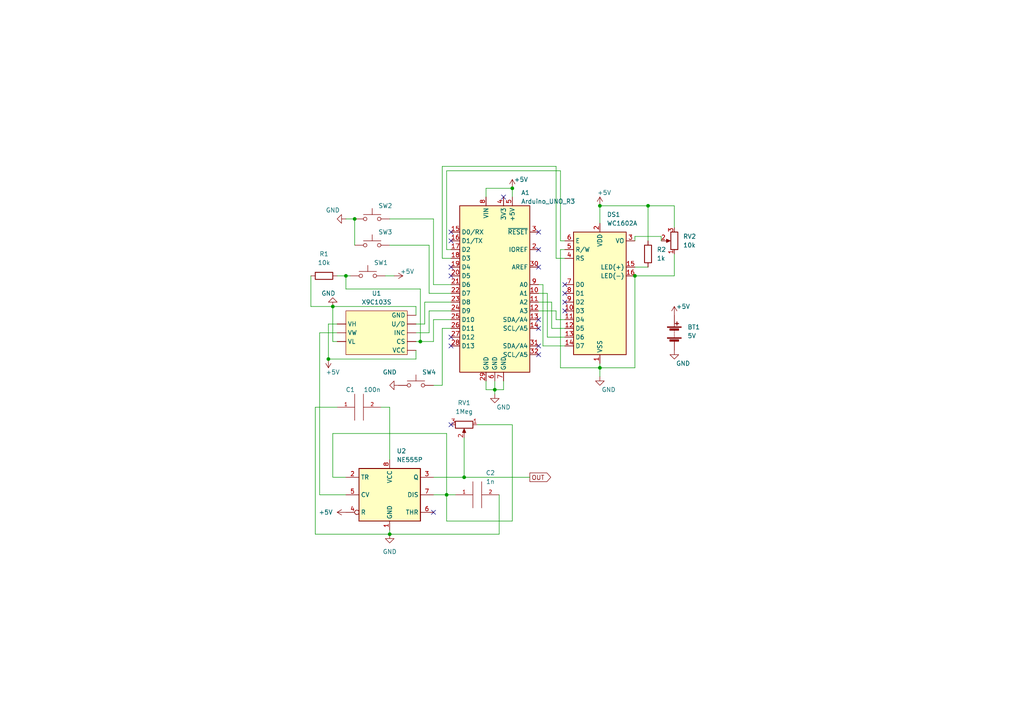
<source format=kicad_sch>
(kicad_sch (version 20211123) (generator eeschema)

  (uuid e63e39d7-6ac0-4ffd-8aa3-1841a4541b55)

  (paper "A4")

  (lib_symbols
    (symbol "Device:Battery" (pin_numbers hide) (pin_names (offset 0) hide) (in_bom yes) (on_board yes)
      (property "Reference" "BT" (id 0) (at 2.54 2.54 0)
        (effects (font (size 1.27 1.27)) (justify left))
      )
      (property "Value" "Battery" (id 1) (at 2.54 0 0)
        (effects (font (size 1.27 1.27)) (justify left))
      )
      (property "Footprint" "" (id 2) (at 0 1.524 90)
        (effects (font (size 1.27 1.27)) hide)
      )
      (property "Datasheet" "~" (id 3) (at 0 1.524 90)
        (effects (font (size 1.27 1.27)) hide)
      )
      (property "ki_keywords" "batt voltage-source cell" (id 4) (at 0 0 0)
        (effects (font (size 1.27 1.27)) hide)
      )
      (property "ki_description" "Multiple-cell battery" (id 5) (at 0 0 0)
        (effects (font (size 1.27 1.27)) hide)
      )
      (symbol "Battery_0_1"
        (rectangle (start -2.032 -1.397) (end 2.032 -1.651)
          (stroke (width 0) (type default) (color 0 0 0 0))
          (fill (type outline))
        )
        (rectangle (start -2.032 1.778) (end 2.032 1.524)
          (stroke (width 0) (type default) (color 0 0 0 0))
          (fill (type outline))
        )
        (rectangle (start -1.3208 -1.9812) (end 1.27 -2.4892)
          (stroke (width 0) (type default) (color 0 0 0 0))
          (fill (type outline))
        )
        (rectangle (start -1.3208 1.1938) (end 1.27 0.6858)
          (stroke (width 0) (type default) (color 0 0 0 0))
          (fill (type outline))
        )
        (polyline
          (pts
            (xy 0 -1.524)
            (xy 0 -1.27)
          )
          (stroke (width 0) (type default) (color 0 0 0 0))
          (fill (type none))
        )
        (polyline
          (pts
            (xy 0 -1.016)
            (xy 0 -0.762)
          )
          (stroke (width 0) (type default) (color 0 0 0 0))
          (fill (type none))
        )
        (polyline
          (pts
            (xy 0 -0.508)
            (xy 0 -0.254)
          )
          (stroke (width 0) (type default) (color 0 0 0 0))
          (fill (type none))
        )
        (polyline
          (pts
            (xy 0 0)
            (xy 0 0.254)
          )
          (stroke (width 0) (type default) (color 0 0 0 0))
          (fill (type none))
        )
        (polyline
          (pts
            (xy 0 0.508)
            (xy 0 0.762)
          )
          (stroke (width 0) (type default) (color 0 0 0 0))
          (fill (type none))
        )
        (polyline
          (pts
            (xy 0 1.778)
            (xy 0 2.54)
          )
          (stroke (width 0) (type default) (color 0 0 0 0))
          (fill (type none))
        )
        (polyline
          (pts
            (xy 0.254 2.667)
            (xy 1.27 2.667)
          )
          (stroke (width 0.254) (type default) (color 0 0 0 0))
          (fill (type none))
        )
        (polyline
          (pts
            (xy 0.762 3.175)
            (xy 0.762 2.159)
          )
          (stroke (width 0.254) (type default) (color 0 0 0 0))
          (fill (type none))
        )
      )
      (symbol "Battery_1_1"
        (pin passive line (at 0 5.08 270) (length 2.54)
          (name "+" (effects (font (size 1.27 1.27))))
          (number "1" (effects (font (size 1.27 1.27))))
        )
        (pin passive line (at 0 -5.08 90) (length 2.54)
          (name "-" (effects (font (size 1.27 1.27))))
          (number "2" (effects (font (size 1.27 1.27))))
        )
      )
    )
    (symbol "Device:R" (pin_numbers hide) (pin_names (offset 0)) (in_bom yes) (on_board yes)
      (property "Reference" "R" (id 0) (at 2.032 0 90)
        (effects (font (size 1.27 1.27)))
      )
      (property "Value" "R" (id 1) (at 0 0 90)
        (effects (font (size 1.27 1.27)))
      )
      (property "Footprint" "" (id 2) (at -1.778 0 90)
        (effects (font (size 1.27 1.27)) hide)
      )
      (property "Datasheet" "~" (id 3) (at 0 0 0)
        (effects (font (size 1.27 1.27)) hide)
      )
      (property "ki_keywords" "R res resistor" (id 4) (at 0 0 0)
        (effects (font (size 1.27 1.27)) hide)
      )
      (property "ki_description" "Resistor" (id 5) (at 0 0 0)
        (effects (font (size 1.27 1.27)) hide)
      )
      (property "ki_fp_filters" "R_*" (id 6) (at 0 0 0)
        (effects (font (size 1.27 1.27)) hide)
      )
      (symbol "R_0_1"
        (rectangle (start -1.016 -2.54) (end 1.016 2.54)
          (stroke (width 0.254) (type default) (color 0 0 0 0))
          (fill (type none))
        )
      )
      (symbol "R_1_1"
        (pin passive line (at 0 3.81 270) (length 1.27)
          (name "~" (effects (font (size 1.27 1.27))))
          (number "1" (effects (font (size 1.27 1.27))))
        )
        (pin passive line (at 0 -3.81 90) (length 1.27)
          (name "~" (effects (font (size 1.27 1.27))))
          (number "2" (effects (font (size 1.27 1.27))))
        )
      )
    )
    (symbol "Device:R_Potentiometer" (pin_names (offset 1.016) hide) (in_bom yes) (on_board yes)
      (property "Reference" "RV" (id 0) (at -4.445 0 90)
        (effects (font (size 1.27 1.27)))
      )
      (property "Value" "R_Potentiometer" (id 1) (at -2.54 0 90)
        (effects (font (size 1.27 1.27)))
      )
      (property "Footprint" "" (id 2) (at 0 0 0)
        (effects (font (size 1.27 1.27)) hide)
      )
      (property "Datasheet" "~" (id 3) (at 0 0 0)
        (effects (font (size 1.27 1.27)) hide)
      )
      (property "ki_keywords" "resistor variable" (id 4) (at 0 0 0)
        (effects (font (size 1.27 1.27)) hide)
      )
      (property "ki_description" "Potentiometer" (id 5) (at 0 0 0)
        (effects (font (size 1.27 1.27)) hide)
      )
      (property "ki_fp_filters" "Potentiometer*" (id 6) (at 0 0 0)
        (effects (font (size 1.27 1.27)) hide)
      )
      (symbol "R_Potentiometer_0_1"
        (polyline
          (pts
            (xy 2.54 0)
            (xy 1.524 0)
          )
          (stroke (width 0) (type default) (color 0 0 0 0))
          (fill (type none))
        )
        (polyline
          (pts
            (xy 1.143 0)
            (xy 2.286 0.508)
            (xy 2.286 -0.508)
            (xy 1.143 0)
          )
          (stroke (width 0) (type default) (color 0 0 0 0))
          (fill (type outline))
        )
        (rectangle (start 1.016 2.54) (end -1.016 -2.54)
          (stroke (width 0.254) (type default) (color 0 0 0 0))
          (fill (type none))
        )
      )
      (symbol "R_Potentiometer_1_1"
        (pin passive line (at 0 3.81 270) (length 1.27)
          (name "1" (effects (font (size 1.27 1.27))))
          (number "1" (effects (font (size 1.27 1.27))))
        )
        (pin passive line (at 3.81 0 180) (length 1.27)
          (name "2" (effects (font (size 1.27 1.27))))
          (number "2" (effects (font (size 1.27 1.27))))
        )
        (pin passive line (at 0 -3.81 90) (length 1.27)
          (name "3" (effects (font (size 1.27 1.27))))
          (number "3" (effects (font (size 1.27 1.27))))
        )
      )
    )
    (symbol "Display_Character:WC1602A" (in_bom yes) (on_board yes)
      (property "Reference" "DS" (id 0) (at -5.842 19.05 0)
        (effects (font (size 1.27 1.27)))
      )
      (property "Value" "WC1602A" (id 1) (at 5.334 19.05 0)
        (effects (font (size 1.27 1.27)))
      )
      (property "Footprint" "Display:WC1602A" (id 2) (at 0 -22.86 0)
        (effects (font (size 1.27 1.27) italic) hide)
      )
      (property "Datasheet" "http://www.wincomlcd.com/pdf/WC1602A-SFYLYHTC06.pdf" (id 3) (at 17.78 0 0)
        (effects (font (size 1.27 1.27)) hide)
      )
      (property "ki_keywords" "display LCD dot-matrix" (id 4) (at 0 0 0)
        (effects (font (size 1.27 1.27)) hide)
      )
      (property "ki_description" "LCD 16x2 Alphanumeric , 8 bit parallel bus, 5V VDD" (id 5) (at 0 0 0)
        (effects (font (size 1.27 1.27)) hide)
      )
      (property "ki_fp_filters" "*WC*1602A*" (id 6) (at 0 0 0)
        (effects (font (size 1.27 1.27)) hide)
      )
      (symbol "WC1602A_1_1"
        (rectangle (start -7.62 17.78) (end 7.62 -17.78)
          (stroke (width 0.254) (type default) (color 0 0 0 0))
          (fill (type background))
        )
        (pin power_in line (at 0 -20.32 90) (length 2.54)
          (name "VSS" (effects (font (size 1.27 1.27))))
          (number "1" (effects (font (size 1.27 1.27))))
        )
        (pin input line (at -10.16 -5.08 0) (length 2.54)
          (name "D3" (effects (font (size 1.27 1.27))))
          (number "10" (effects (font (size 1.27 1.27))))
        )
        (pin input line (at -10.16 -7.62 0) (length 2.54)
          (name "D4" (effects (font (size 1.27 1.27))))
          (number "11" (effects (font (size 1.27 1.27))))
        )
        (pin input line (at -10.16 -10.16 0) (length 2.54)
          (name "D5" (effects (font (size 1.27 1.27))))
          (number "12" (effects (font (size 1.27 1.27))))
        )
        (pin input line (at -10.16 -12.7 0) (length 2.54)
          (name "D6" (effects (font (size 1.27 1.27))))
          (number "13" (effects (font (size 1.27 1.27))))
        )
        (pin input line (at -10.16 -15.24 0) (length 2.54)
          (name "D7" (effects (font (size 1.27 1.27))))
          (number "14" (effects (font (size 1.27 1.27))))
        )
        (pin power_in line (at 10.16 7.62 180) (length 2.54)
          (name "LED(+)" (effects (font (size 1.27 1.27))))
          (number "15" (effects (font (size 1.27 1.27))))
        )
        (pin power_in line (at 10.16 5.08 180) (length 2.54)
          (name "LED(-)" (effects (font (size 1.27 1.27))))
          (number "16" (effects (font (size 1.27 1.27))))
        )
        (pin power_in line (at 0 20.32 270) (length 2.54)
          (name "VDD" (effects (font (size 1.27 1.27))))
          (number "2" (effects (font (size 1.27 1.27))))
        )
        (pin input line (at 10.16 15.24 180) (length 2.54)
          (name "VO" (effects (font (size 1.27 1.27))))
          (number "3" (effects (font (size 1.27 1.27))))
        )
        (pin input line (at -10.16 10.16 0) (length 2.54)
          (name "RS" (effects (font (size 1.27 1.27))))
          (number "4" (effects (font (size 1.27 1.27))))
        )
        (pin input line (at -10.16 12.7 0) (length 2.54)
          (name "R/W" (effects (font (size 1.27 1.27))))
          (number "5" (effects (font (size 1.27 1.27))))
        )
        (pin input line (at -10.16 15.24 0) (length 2.54)
          (name "E" (effects (font (size 1.27 1.27))))
          (number "6" (effects (font (size 1.27 1.27))))
        )
        (pin input line (at -10.16 2.54 0) (length 2.54)
          (name "D0" (effects (font (size 1.27 1.27))))
          (number "7" (effects (font (size 1.27 1.27))))
        )
        (pin input line (at -10.16 0 0) (length 2.54)
          (name "D1" (effects (font (size 1.27 1.27))))
          (number "8" (effects (font (size 1.27 1.27))))
        )
        (pin input line (at -10.16 -2.54 0) (length 2.54)
          (name "D2" (effects (font (size 1.27 1.27))))
          (number "9" (effects (font (size 1.27 1.27))))
        )
      )
    )
    (symbol "MCU_Module:Arduino_UNO_R3" (in_bom yes) (on_board yes)
      (property "Reference" "A" (id 0) (at -10.16 23.495 0)
        (effects (font (size 1.27 1.27)) (justify left bottom))
      )
      (property "Value" "Arduino_UNO_R3" (id 1) (at 5.08 -26.67 0)
        (effects (font (size 1.27 1.27)) (justify left top))
      )
      (property "Footprint" "Module:Arduino_UNO_R3" (id 2) (at 0 0 0)
        (effects (font (size 1.27 1.27) italic) hide)
      )
      (property "Datasheet" "https://www.arduino.cc/en/Main/arduinoBoardUno" (id 3) (at 0 0 0)
        (effects (font (size 1.27 1.27)) hide)
      )
      (property "ki_keywords" "Arduino UNO R3 Microcontroller Module Atmel AVR USB" (id 4) (at 0 0 0)
        (effects (font (size 1.27 1.27)) hide)
      )
      (property "ki_description" "Arduino UNO Microcontroller Module, release 3" (id 5) (at 0 0 0)
        (effects (font (size 1.27 1.27)) hide)
      )
      (property "ki_fp_filters" "Arduino*UNO*R3*" (id 6) (at 0 0 0)
        (effects (font (size 1.27 1.27)) hide)
      )
      (symbol "Arduino_UNO_R3_0_1"
        (rectangle (start -10.16 22.86) (end 10.16 -25.4)
          (stroke (width 0.254) (type default) (color 0 0 0 0))
          (fill (type background))
        )
      )
      (symbol "Arduino_UNO_R3_1_1"
        (pin no_connect line (at -10.16 -20.32 0) (length 2.54) hide
          (name "NC" (effects (font (size 1.27 1.27))))
          (number "1" (effects (font (size 1.27 1.27))))
        )
        (pin bidirectional line (at 12.7 -2.54 180) (length 2.54)
          (name "A1" (effects (font (size 1.27 1.27))))
          (number "10" (effects (font (size 1.27 1.27))))
        )
        (pin bidirectional line (at 12.7 -5.08 180) (length 2.54)
          (name "A2" (effects (font (size 1.27 1.27))))
          (number "11" (effects (font (size 1.27 1.27))))
        )
        (pin bidirectional line (at 12.7 -7.62 180) (length 2.54)
          (name "A3" (effects (font (size 1.27 1.27))))
          (number "12" (effects (font (size 1.27 1.27))))
        )
        (pin bidirectional line (at 12.7 -10.16 180) (length 2.54)
          (name "SDA/A4" (effects (font (size 1.27 1.27))))
          (number "13" (effects (font (size 1.27 1.27))))
        )
        (pin bidirectional line (at 12.7 -12.7 180) (length 2.54)
          (name "SCL/A5" (effects (font (size 1.27 1.27))))
          (number "14" (effects (font (size 1.27 1.27))))
        )
        (pin bidirectional line (at -12.7 15.24 0) (length 2.54)
          (name "D0/RX" (effects (font (size 1.27 1.27))))
          (number "15" (effects (font (size 1.27 1.27))))
        )
        (pin bidirectional line (at -12.7 12.7 0) (length 2.54)
          (name "D1/TX" (effects (font (size 1.27 1.27))))
          (number "16" (effects (font (size 1.27 1.27))))
        )
        (pin bidirectional line (at -12.7 10.16 0) (length 2.54)
          (name "D2" (effects (font (size 1.27 1.27))))
          (number "17" (effects (font (size 1.27 1.27))))
        )
        (pin bidirectional line (at -12.7 7.62 0) (length 2.54)
          (name "D3" (effects (font (size 1.27 1.27))))
          (number "18" (effects (font (size 1.27 1.27))))
        )
        (pin bidirectional line (at -12.7 5.08 0) (length 2.54)
          (name "D4" (effects (font (size 1.27 1.27))))
          (number "19" (effects (font (size 1.27 1.27))))
        )
        (pin output line (at 12.7 10.16 180) (length 2.54)
          (name "IOREF" (effects (font (size 1.27 1.27))))
          (number "2" (effects (font (size 1.27 1.27))))
        )
        (pin bidirectional line (at -12.7 2.54 0) (length 2.54)
          (name "D5" (effects (font (size 1.27 1.27))))
          (number "20" (effects (font (size 1.27 1.27))))
        )
        (pin bidirectional line (at -12.7 0 0) (length 2.54)
          (name "D6" (effects (font (size 1.27 1.27))))
          (number "21" (effects (font (size 1.27 1.27))))
        )
        (pin bidirectional line (at -12.7 -2.54 0) (length 2.54)
          (name "D7" (effects (font (size 1.27 1.27))))
          (number "22" (effects (font (size 1.27 1.27))))
        )
        (pin bidirectional line (at -12.7 -5.08 0) (length 2.54)
          (name "D8" (effects (font (size 1.27 1.27))))
          (number "23" (effects (font (size 1.27 1.27))))
        )
        (pin bidirectional line (at -12.7 -7.62 0) (length 2.54)
          (name "D9" (effects (font (size 1.27 1.27))))
          (number "24" (effects (font (size 1.27 1.27))))
        )
        (pin bidirectional line (at -12.7 -10.16 0) (length 2.54)
          (name "D10" (effects (font (size 1.27 1.27))))
          (number "25" (effects (font (size 1.27 1.27))))
        )
        (pin bidirectional line (at -12.7 -12.7 0) (length 2.54)
          (name "D11" (effects (font (size 1.27 1.27))))
          (number "26" (effects (font (size 1.27 1.27))))
        )
        (pin bidirectional line (at -12.7 -15.24 0) (length 2.54)
          (name "D12" (effects (font (size 1.27 1.27))))
          (number "27" (effects (font (size 1.27 1.27))))
        )
        (pin bidirectional line (at -12.7 -17.78 0) (length 2.54)
          (name "D13" (effects (font (size 1.27 1.27))))
          (number "28" (effects (font (size 1.27 1.27))))
        )
        (pin power_in line (at -2.54 -27.94 90) (length 2.54)
          (name "GND" (effects (font (size 1.27 1.27))))
          (number "29" (effects (font (size 1.27 1.27))))
        )
        (pin input line (at 12.7 15.24 180) (length 2.54)
          (name "~{RESET}" (effects (font (size 1.27 1.27))))
          (number "3" (effects (font (size 1.27 1.27))))
        )
        (pin input line (at 12.7 5.08 180) (length 2.54)
          (name "AREF" (effects (font (size 1.27 1.27))))
          (number "30" (effects (font (size 1.27 1.27))))
        )
        (pin bidirectional line (at 12.7 -17.78 180) (length 2.54)
          (name "SDA/A4" (effects (font (size 1.27 1.27))))
          (number "31" (effects (font (size 1.27 1.27))))
        )
        (pin bidirectional line (at 12.7 -20.32 180) (length 2.54)
          (name "SCL/A5" (effects (font (size 1.27 1.27))))
          (number "32" (effects (font (size 1.27 1.27))))
        )
        (pin power_out line (at 2.54 25.4 270) (length 2.54)
          (name "3V3" (effects (font (size 1.27 1.27))))
          (number "4" (effects (font (size 1.27 1.27))))
        )
        (pin power_out line (at 5.08 25.4 270) (length 2.54)
          (name "+5V" (effects (font (size 1.27 1.27))))
          (number "5" (effects (font (size 1.27 1.27))))
        )
        (pin power_in line (at 0 -27.94 90) (length 2.54)
          (name "GND" (effects (font (size 1.27 1.27))))
          (number "6" (effects (font (size 1.27 1.27))))
        )
        (pin power_in line (at 2.54 -27.94 90) (length 2.54)
          (name "GND" (effects (font (size 1.27 1.27))))
          (number "7" (effects (font (size 1.27 1.27))))
        )
        (pin power_in line (at -2.54 25.4 270) (length 2.54)
          (name "VIN" (effects (font (size 1.27 1.27))))
          (number "8" (effects (font (size 1.27 1.27))))
        )
        (pin bidirectional line (at 12.7 0 180) (length 2.54)
          (name "A0" (effects (font (size 1.27 1.27))))
          (number "9" (effects (font (size 1.27 1.27))))
        )
      )
    )
    (symbol "Switch:SW_Push" (pin_numbers hide) (pin_names (offset 1.016) hide) (in_bom yes) (on_board yes)
      (property "Reference" "SW" (id 0) (at 1.27 2.54 0)
        (effects (font (size 1.27 1.27)) (justify left))
      )
      (property "Value" "SW_Push" (id 1) (at 0 -1.524 0)
        (effects (font (size 1.27 1.27)))
      )
      (property "Footprint" "" (id 2) (at 0 5.08 0)
        (effects (font (size 1.27 1.27)) hide)
      )
      (property "Datasheet" "~" (id 3) (at 0 5.08 0)
        (effects (font (size 1.27 1.27)) hide)
      )
      (property "ki_keywords" "switch normally-open pushbutton push-button" (id 4) (at 0 0 0)
        (effects (font (size 1.27 1.27)) hide)
      )
      (property "ki_description" "Push button switch, generic, two pins" (id 5) (at 0 0 0)
        (effects (font (size 1.27 1.27)) hide)
      )
      (symbol "SW_Push_0_1"
        (circle (center -2.032 0) (radius 0.508)
          (stroke (width 0) (type default) (color 0 0 0 0))
          (fill (type none))
        )
        (polyline
          (pts
            (xy 0 1.27)
            (xy 0 3.048)
          )
          (stroke (width 0) (type default) (color 0 0 0 0))
          (fill (type none))
        )
        (polyline
          (pts
            (xy 2.54 1.27)
            (xy -2.54 1.27)
          )
          (stroke (width 0) (type default) (color 0 0 0 0))
          (fill (type none))
        )
        (circle (center 2.032 0) (radius 0.508)
          (stroke (width 0) (type default) (color 0 0 0 0))
          (fill (type none))
        )
        (pin passive line (at -5.08 0 0) (length 2.54)
          (name "1" (effects (font (size 1.27 1.27))))
          (number "1" (effects (font (size 1.27 1.27))))
        )
        (pin passive line (at 5.08 0 180) (length 2.54)
          (name "2" (effects (font (size 1.27 1.27))))
          (number "2" (effects (font (size 1.27 1.27))))
        )
      )
    )
    (symbol "Timer:NE555P" (in_bom yes) (on_board yes)
      (property "Reference" "U" (id 0) (at -10.16 8.89 0)
        (effects (font (size 1.27 1.27)) (justify left))
      )
      (property "Value" "NE555P" (id 1) (at 2.54 8.89 0)
        (effects (font (size 1.27 1.27)) (justify left))
      )
      (property "Footprint" "Package_DIP:DIP-8_W7.62mm" (id 2) (at 16.51 -10.16 0)
        (effects (font (size 1.27 1.27)) hide)
      )
      (property "Datasheet" "http://www.ti.com/lit/ds/symlink/ne555.pdf" (id 3) (at 21.59 -10.16 0)
        (effects (font (size 1.27 1.27)) hide)
      )
      (property "ki_keywords" "single timer 555" (id 4) (at 0 0 0)
        (effects (font (size 1.27 1.27)) hide)
      )
      (property "ki_description" "Precision Timers, 555 compatible,  PDIP-8" (id 5) (at 0 0 0)
        (effects (font (size 1.27 1.27)) hide)
      )
      (property "ki_fp_filters" "DIP*W7.62mm*" (id 6) (at 0 0 0)
        (effects (font (size 1.27 1.27)) hide)
      )
      (symbol "NE555P_0_0"
        (pin power_in line (at 0 -10.16 90) (length 2.54)
          (name "GND" (effects (font (size 1.27 1.27))))
          (number "1" (effects (font (size 1.27 1.27))))
        )
        (pin power_in line (at 0 10.16 270) (length 2.54)
          (name "VCC" (effects (font (size 1.27 1.27))))
          (number "8" (effects (font (size 1.27 1.27))))
        )
      )
      (symbol "NE555P_0_1"
        (rectangle (start -8.89 -7.62) (end 8.89 7.62)
          (stroke (width 0.254) (type default) (color 0 0 0 0))
          (fill (type background))
        )
        (rectangle (start -8.89 -7.62) (end 8.89 7.62)
          (stroke (width 0.254) (type default) (color 0 0 0 0))
          (fill (type background))
        )
      )
      (symbol "NE555P_1_1"
        (pin input line (at -12.7 5.08 0) (length 3.81)
          (name "TR" (effects (font (size 1.27 1.27))))
          (number "2" (effects (font (size 1.27 1.27))))
        )
        (pin output line (at 12.7 5.08 180) (length 3.81)
          (name "Q" (effects (font (size 1.27 1.27))))
          (number "3" (effects (font (size 1.27 1.27))))
        )
        (pin input inverted (at -12.7 -5.08 0) (length 3.81)
          (name "R" (effects (font (size 1.27 1.27))))
          (number "4" (effects (font (size 1.27 1.27))))
        )
        (pin input line (at -12.7 0 0) (length 3.81)
          (name "CV" (effects (font (size 1.27 1.27))))
          (number "5" (effects (font (size 1.27 1.27))))
        )
        (pin input line (at 12.7 -5.08 180) (length 3.81)
          (name "THR" (effects (font (size 1.27 1.27))))
          (number "6" (effects (font (size 1.27 1.27))))
        )
        (pin input line (at 12.7 0 180) (length 3.81)
          (name "DIS" (effects (font (size 1.27 1.27))))
          (number "7" (effects (font (size 1.27 1.27))))
        )
      )
    )
    (symbol "digital potentiometer:X9C103S" (in_bom yes) (on_board yes)
      (property "Reference" "U" (id 0) (at -6.35 2.54 0)
        (effects (font (size 1.27 1.27)))
      )
      (property "Value" "X9C103S" (id 1) (at 1.27 -5.08 0)
        (effects (font (size 1.27 1.27)))
      )
      (property "Footprint" "" (id 2) (at 0 0 0)
        (effects (font (size 1.27 1.27)) hide)
      )
      (property "Datasheet" "" (id 3) (at 0 0 0)
        (effects (font (size 1.27 1.27)) hide)
      )
      (symbol "X9C103S_0_1"
        (rectangle (start -7.62 1.27) (end 10.16 -11.43)
          (stroke (width 0) (type default) (color 0 0 0 0))
          (fill (type background))
        )
      )
      (symbol "X9C103S_1_1"
        (pin input line (at 12.7 -7.62 180) (length 2.54)
          (name "CS" (effects (font (size 1.27 1.27))))
          (number "" (effects (font (size 1.27 1.27))))
        )
        (pin power_in line (at 12.7 0 180) (length 2.54)
          (name "GND" (effects (font (size 1.27 1.27))))
          (number "" (effects (font (size 1.27 1.27))))
        )
        (pin input line (at 12.7 -5.08 180) (length 2.54)
          (name "INC" (effects (font (size 1.27 1.27))))
          (number "" (effects (font (size 1.27 1.27))))
        )
        (pin input line (at 12.7 -2.54 180) (length 2.54)
          (name "U/D" (effects (font (size 1.27 1.27))))
          (number "" (effects (font (size 1.27 1.27))))
        )
        (pin power_in line (at 12.7 -10.16 180) (length 2.54)
          (name "VCC" (effects (font (size 1.27 1.27))))
          (number "" (effects (font (size 1.27 1.27))))
        )
        (pin power_in line (at -10.16 -2.54 0) (length 2.54)
          (name "VH" (effects (font (size 1.27 1.27))))
          (number "" (effects (font (size 1.27 1.27))))
        )
        (pin power_in line (at -10.16 -7.62 0) (length 2.54)
          (name "VL" (effects (font (size 1.27 1.27))))
          (number "" (effects (font (size 1.27 1.27))))
        )
        (pin power_out line (at -10.16 -5.08 0) (length 2.54)
          (name "VW" (effects (font (size 1.27 1.27))))
          (number "" (effects (font (size 1.27 1.27))))
        )
      )
    )
    (symbol "power:+5V" (power) (pin_names (offset 0)) (in_bom yes) (on_board yes)
      (property "Reference" "#PWR" (id 0) (at 0 -3.81 0)
        (effects (font (size 1.27 1.27)) hide)
      )
      (property "Value" "+5V" (id 1) (at 0 3.556 0)
        (effects (font (size 1.27 1.27)))
      )
      (property "Footprint" "" (id 2) (at 0 0 0)
        (effects (font (size 1.27 1.27)) hide)
      )
      (property "Datasheet" "" (id 3) (at 0 0 0)
        (effects (font (size 1.27 1.27)) hide)
      )
      (property "ki_keywords" "power-flag" (id 4) (at 0 0 0)
        (effects (font (size 1.27 1.27)) hide)
      )
      (property "ki_description" "Power symbol creates a global label with name \"+5V\"" (id 5) (at 0 0 0)
        (effects (font (size 1.27 1.27)) hide)
      )
      (symbol "+5V_0_1"
        (polyline
          (pts
            (xy -0.762 1.27)
            (xy 0 2.54)
          )
          (stroke (width 0) (type default) (color 0 0 0 0))
          (fill (type none))
        )
        (polyline
          (pts
            (xy 0 0)
            (xy 0 2.54)
          )
          (stroke (width 0) (type default) (color 0 0 0 0))
          (fill (type none))
        )
        (polyline
          (pts
            (xy 0 2.54)
            (xy 0.762 1.27)
          )
          (stroke (width 0) (type default) (color 0 0 0 0))
          (fill (type none))
        )
      )
      (symbol "+5V_1_1"
        (pin power_in line (at 0 0 90) (length 0) hide
          (name "+5V" (effects (font (size 1.27 1.27))))
          (number "1" (effects (font (size 1.27 1.27))))
        )
      )
    )
    (symbol "power:GND" (power) (pin_names (offset 0)) (in_bom yes) (on_board yes)
      (property "Reference" "#PWR" (id 0) (at 0 -6.35 0)
        (effects (font (size 1.27 1.27)) hide)
      )
      (property "Value" "GND" (id 1) (at 0 -3.81 0)
        (effects (font (size 1.27 1.27)))
      )
      (property "Footprint" "" (id 2) (at 0 0 0)
        (effects (font (size 1.27 1.27)) hide)
      )
      (property "Datasheet" "" (id 3) (at 0 0 0)
        (effects (font (size 1.27 1.27)) hide)
      )
      (property "ki_keywords" "power-flag" (id 4) (at 0 0 0)
        (effects (font (size 1.27 1.27)) hide)
      )
      (property "ki_description" "Power symbol creates a global label with name \"GND\" , ground" (id 5) (at 0 0 0)
        (effects (font (size 1.27 1.27)) hide)
      )
      (symbol "GND_0_1"
        (polyline
          (pts
            (xy 0 0)
            (xy 0 -1.27)
            (xy 1.27 -1.27)
            (xy 0 -2.54)
            (xy -1.27 -1.27)
            (xy 0 -1.27)
          )
          (stroke (width 0) (type default) (color 0 0 0 0))
          (fill (type none))
        )
      )
      (symbol "GND_1_1"
        (pin power_in line (at 0 0 270) (length 0) hide
          (name "GND" (effects (font (size 1.27 1.27))))
          (number "1" (effects (font (size 1.27 1.27))))
        )
      )
    )
    (symbol "pspice:CAP" (pin_names (offset 0.254)) (in_bom yes) (on_board yes)
      (property "Reference" "C" (id 0) (at 2.54 3.81 90)
        (effects (font (size 1.27 1.27)))
      )
      (property "Value" "CAP" (id 1) (at 2.54 -3.81 90)
        (effects (font (size 1.27 1.27)))
      )
      (property "Footprint" "" (id 2) (at 0 0 0)
        (effects (font (size 1.27 1.27)) hide)
      )
      (property "Datasheet" "~" (id 3) (at 0 0 0)
        (effects (font (size 1.27 1.27)) hide)
      )
      (property "ki_keywords" "simulation" (id 4) (at 0 0 0)
        (effects (font (size 1.27 1.27)) hide)
      )
      (property "ki_description" "Capacitor symbol for simulation only" (id 5) (at 0 0 0)
        (effects (font (size 1.27 1.27)) hide)
      )
      (symbol "CAP_0_1"
        (polyline
          (pts
            (xy -3.81 -1.27)
            (xy 3.81 -1.27)
          )
          (stroke (width 0) (type default) (color 0 0 0 0))
          (fill (type none))
        )
        (polyline
          (pts
            (xy -3.81 1.27)
            (xy 3.81 1.27)
          )
          (stroke (width 0) (type default) (color 0 0 0 0))
          (fill (type none))
        )
      )
      (symbol "CAP_1_1"
        (pin passive line (at 0 6.35 270) (length 5.08)
          (name "~" (effects (font (size 1.016 1.016))))
          (number "1" (effects (font (size 1.016 1.016))))
        )
        (pin passive line (at 0 -6.35 90) (length 5.08)
          (name "~" (effects (font (size 1.016 1.016))))
          (number "2" (effects (font (size 1.016 1.016))))
        )
      )
    )
  )

  (junction (at 95.25 104.14) (diameter 0) (color 0 0 0 0)
    (uuid 217fa1bd-946b-4e83-b537-fe69ea80c502)
  )
  (junction (at 184.15 80.01) (diameter 0) (color 0 0 0 0)
    (uuid 3054ff37-c7a4-499f-ae9b-70e67a9dcf2f)
  )
  (junction (at 173.99 106.68) (diameter 0) (color 0 0 0 0)
    (uuid 3c45130f-9c36-4180-afd5-63651e33456a)
  )
  (junction (at 187.96 59.69) (diameter 0) (color 0 0 0 0)
    (uuid 3d1b00a3-7291-482c-9386-e6a74bf0f7cd)
  )
  (junction (at 129.54 143.51) (diameter 0) (color 0 0 0 0)
    (uuid 454bd40a-b65b-4cb7-ad91-9554b9da1935)
  )
  (junction (at 173.99 59.69) (diameter 0) (color 0 0 0 0)
    (uuid 4d57d9c9-7604-41ed-9554-7c808c660b49)
  )
  (junction (at 96.52 88.9) (diameter 0) (color 0 0 0 0)
    (uuid 644123db-4b3b-4a12-aac8-6e38fd6c50aa)
  )
  (junction (at 113.03 154.94) (diameter 0) (color 0 0 0 0)
    (uuid 8f75bf04-7ed9-4cfa-90da-df6554a5da0a)
  )
  (junction (at 100.33 80.01) (diameter 0) (color 0 0 0 0)
    (uuid 962e8cb0-fa76-473e-a1ae-5d7706e34e1d)
  )
  (junction (at 134.62 138.43) (diameter 0) (color 0 0 0 0)
    (uuid b12414bd-fc06-41bf-ac65-0a187d4a3536)
  )
  (junction (at 148.59 54.61) (diameter 0) (color 0 0 0 0)
    (uuid b1adbf96-f500-47fc-b795-34ae7a232749)
  )
  (junction (at 121.92 99.06) (diameter 0) (color 0 0 0 0)
    (uuid c50e607a-1f26-4bad-ae9e-ee190eae98e9)
  )
  (junction (at 143.51 113.03) (diameter 0) (color 0 0 0 0)
    (uuid ea529675-11ee-447e-94a4-396a096355ab)
  )
  (junction (at 102.87 63.5) (diameter 0) (color 0 0 0 0)
    (uuid f0b74f85-8c31-4c5b-b1cf-6a3dae83ea28)
  )

  (no_connect (at 163.83 90.17) (uuid 06f7bf11-2422-4fd0-a8cf-1f50d1df32a6))
  (no_connect (at 130.81 97.79) (uuid 3b6e323e-3a38-4d6c-8935-1c84a8867c3d))
  (no_connect (at 163.83 85.09) (uuid 3bc2139e-f941-4cbc-8c45-f4c86e3d31d6))
  (no_connect (at 156.21 77.47) (uuid 44141dea-7936-4450-ab50-c1f5c1b44e26))
  (no_connect (at 163.83 82.55) (uuid 47d3665e-1c34-4a20-82bd-46edf9f1d60c))
  (no_connect (at 156.21 67.31) (uuid 56d084e0-7fbf-4187-98d4-ea157f6d3fb3))
  (no_connect (at 130.81 80.01) (uuid 5ab122a0-1d4f-465a-bcd6-0d26a59ecc77))
  (no_connect (at 156.21 92.71) (uuid 68822c96-a8f2-4dab-ac04-67653ed1fe08))
  (no_connect (at 156.21 100.33) (uuid 693fddda-6f33-437e-9436-b501621de416))
  (no_connect (at 130.81 100.33) (uuid 6b7bbe78-3fc2-4fb0-98be-e46620de7dbc))
  (no_connect (at 130.81 69.85) (uuid 72bc92aa-5803-4356-97ff-8dbed96faf34))
  (no_connect (at 130.81 77.47) (uuid 731cfa56-a991-4207-8254-89389474e070))
  (no_connect (at 130.81 67.31) (uuid 7fbe48b9-ed6b-4987-9d84-3ede61dc478e))
  (no_connect (at 146.05 57.15) (uuid 8634a261-848e-4a0d-86f2-d316f1120f53))
  (no_connect (at 156.21 102.87) (uuid 92d04603-60fd-49fb-9703-4f73e987c32b))
  (no_connect (at 163.83 87.63) (uuid aa84959b-d2d0-4d67-a06d-4e79d053cc96))
  (no_connect (at 125.73 148.59) (uuid ac1b0299-d0e5-4530-9554-386fc01d1548))
  (no_connect (at 130.81 123.19) (uuid db1eae02-5e84-4451-99a4-befe9c3e59b7))
  (no_connect (at 156.21 72.39) (uuid ef617ee4-9615-4e64-9a31-c5b20d1f2f55))
  (no_connect (at 156.21 95.25) (uuid f4ea74b9-2c20-4929-bbe1-e2dddee76b94))

  (wire (pts (xy 143.51 114.3) (xy 143.51 113.03))
    (stroke (width 0) (type default) (color 0 0 0 0))
    (uuid 01a06efb-e562-4077-9e46-b09a398a0a19)
  )
  (wire (pts (xy 173.99 106.68) (xy 184.15 106.68))
    (stroke (width 0) (type default) (color 0 0 0 0))
    (uuid 028080de-8912-4a43-a539-7e853752d9cc)
  )
  (wire (pts (xy 113.03 153.67) (xy 113.03 154.94))
    (stroke (width 0) (type default) (color 0 0 0 0))
    (uuid 05f6088a-80c8-4e57-840b-fc4a1e95c1e5)
  )
  (wire (pts (xy 110.49 118.11) (xy 113.03 118.11))
    (stroke (width 0) (type default) (color 0 0 0 0))
    (uuid 08847504-ba0a-492f-aa83-06bf7a2654b2)
  )
  (wire (pts (xy 128.27 48.26) (xy 128.27 74.93))
    (stroke (width 0) (type default) (color 0 0 0 0))
    (uuid 09a8d9c8-d636-47d9-82db-9ddb486b0368)
  )
  (wire (pts (xy 146.05 110.49) (xy 146.05 113.03))
    (stroke (width 0) (type default) (color 0 0 0 0))
    (uuid 0be08c81-a78b-4b2b-aae2-b38dcc39a681)
  )
  (wire (pts (xy 128.27 111.76) (xy 125.73 111.76))
    (stroke (width 0) (type default) (color 0 0 0 0))
    (uuid 0dca9690-0dc6-4bef-a8fe-dd0bc5321c30)
  )
  (wire (pts (xy 90.17 80.01) (xy 90.17 88.9))
    (stroke (width 0) (type default) (color 0 0 0 0))
    (uuid 0e2c3e66-e650-43e6-ae9a-124e9669f50d)
  )
  (wire (pts (xy 121.92 99.06) (xy 121.92 83.82))
    (stroke (width 0) (type default) (color 0 0 0 0))
    (uuid 0f669cdb-d950-4a11-b411-32d076cb2f83)
  )
  (wire (pts (xy 162.56 69.85) (xy 163.83 69.85))
    (stroke (width 0) (type default) (color 0 0 0 0))
    (uuid 1430d6c2-fcfa-4ae3-b2bd-75f99a3bf2de)
  )
  (wire (pts (xy 162.56 72.39) (xy 162.56 106.68))
    (stroke (width 0) (type default) (color 0 0 0 0))
    (uuid 15ce5b50-fa2c-45ab-8821-5ead7ec157a1)
  )
  (wire (pts (xy 129.54 143.51) (xy 132.08 143.51))
    (stroke (width 0) (type default) (color 0 0 0 0))
    (uuid 17c36318-5d7e-4fe4-a7ec-1035a3dacc8f)
  )
  (wire (pts (xy 121.92 83.82) (xy 100.33 83.82))
    (stroke (width 0) (type default) (color 0 0 0 0))
    (uuid 1bc2d7a1-99c4-4690-b986-6dd94617914a)
  )
  (wire (pts (xy 100.33 83.82) (xy 100.33 80.01))
    (stroke (width 0) (type default) (color 0 0 0 0))
    (uuid 229583a5-93a5-4733-a772-c4d6eaf60911)
  )
  (wire (pts (xy 160.02 95.25) (xy 160.02 87.63))
    (stroke (width 0) (type default) (color 0 0 0 0))
    (uuid 24948acd-3b6e-4f3c-86be-51c681ef648e)
  )
  (wire (pts (xy 163.83 74.93) (xy 161.29 74.93))
    (stroke (width 0) (type default) (color 0 0 0 0))
    (uuid 258a24dd-e96b-47f6-be40-ac90202904fe)
  )
  (wire (pts (xy 125.73 92.71) (xy 130.81 92.71))
    (stroke (width 0) (type default) (color 0 0 0 0))
    (uuid 25cf0400-292b-411f-b445-d57ab70c54e4)
  )
  (wire (pts (xy 120.65 88.9) (xy 120.65 91.44))
    (stroke (width 0) (type default) (color 0 0 0 0))
    (uuid 28012ce0-118b-4dbb-835c-5b20de2b98c7)
  )
  (wire (pts (xy 129.54 49.53) (xy 162.56 49.53))
    (stroke (width 0) (type default) (color 0 0 0 0))
    (uuid 2892a983-e2ed-4a4f-a69a-4b5a19fca3af)
  )
  (wire (pts (xy 162.56 49.53) (xy 162.56 69.85))
    (stroke (width 0) (type default) (color 0 0 0 0))
    (uuid 2a93bcbe-3dae-4323-b78b-b41e3972de8b)
  )
  (wire (pts (xy 158.75 85.09) (xy 156.21 85.09))
    (stroke (width 0) (type default) (color 0 0 0 0))
    (uuid 2c43e849-d2ff-4b5a-9ee3-50ed15277db6)
  )
  (wire (pts (xy 100.33 143.51) (xy 92.71 143.51))
    (stroke (width 0) (type default) (color 0 0 0 0))
    (uuid 2e1e10d3-e92c-44ae-9047-22a94eb01911)
  )
  (wire (pts (xy 96.52 138.43) (xy 96.52 125.73))
    (stroke (width 0) (type default) (color 0 0 0 0))
    (uuid 2f40f3d3-cd75-49f6-899b-4aceea895670)
  )
  (wire (pts (xy 97.79 118.11) (xy 91.44 118.11))
    (stroke (width 0) (type default) (color 0 0 0 0))
    (uuid 32daf84c-a3cf-439d-8064-7cd7aa4b8fa8)
  )
  (wire (pts (xy 123.19 87.63) (xy 130.81 87.63))
    (stroke (width 0) (type default) (color 0 0 0 0))
    (uuid 35bb2e40-4efe-493c-b2f1-b06aceee1c0b)
  )
  (wire (pts (xy 143.51 110.49) (xy 143.51 113.03))
    (stroke (width 0) (type default) (color 0 0 0 0))
    (uuid 35e7c210-17f9-4ea1-aeea-958a1925b48f)
  )
  (wire (pts (xy 120.65 96.52) (xy 124.46 96.52))
    (stroke (width 0) (type default) (color 0 0 0 0))
    (uuid 3d2c8e33-7d1b-4634-95d9-e4db11e1a5ef)
  )
  (wire (pts (xy 125.73 82.55) (xy 130.81 82.55))
    (stroke (width 0) (type default) (color 0 0 0 0))
    (uuid 3d34306f-df09-45ab-808e-33ebd8a45f75)
  )
  (wire (pts (xy 184.15 68.58) (xy 184.15 69.85))
    (stroke (width 0) (type default) (color 0 0 0 0))
    (uuid 4441b66e-16ee-4443-aac6-e5a0401b141e)
  )
  (wire (pts (xy 121.92 99.06) (xy 125.73 99.06))
    (stroke (width 0) (type default) (color 0 0 0 0))
    (uuid 454fa39a-936d-4940-9e56-708d5b3ab27e)
  )
  (wire (pts (xy 129.54 143.51) (xy 129.54 151.13))
    (stroke (width 0) (type default) (color 0 0 0 0))
    (uuid 46b02275-03f6-44a7-a4c1-72349edd697d)
  )
  (wire (pts (xy 91.44 154.94) (xy 113.03 154.94))
    (stroke (width 0) (type default) (color 0 0 0 0))
    (uuid 48c88bb6-1006-4c25-8076-75b94b709bdb)
  )
  (wire (pts (xy 134.62 138.43) (xy 153.67 138.43))
    (stroke (width 0) (type default) (color 0 0 0 0))
    (uuid 4c199dd2-eccc-470b-9d7f-5cd7ac3a82fe)
  )
  (wire (pts (xy 129.54 125.73) (xy 129.54 143.51))
    (stroke (width 0) (type default) (color 0 0 0 0))
    (uuid 4e002a02-5bda-4d73-a834-4452015a08cb)
  )
  (wire (pts (xy 125.73 63.5) (xy 125.73 82.55))
    (stroke (width 0) (type default) (color 0 0 0 0))
    (uuid 4fce5a8a-91ce-455a-b237-722c0d5abfc9)
  )
  (wire (pts (xy 148.59 54.61) (xy 140.97 54.61))
    (stroke (width 0) (type default) (color 0 0 0 0))
    (uuid 5813ebeb-23fe-4ff3-8ff5-0fcb35155dcb)
  )
  (wire (pts (xy 91.44 118.11) (xy 91.44 154.94))
    (stroke (width 0) (type default) (color 0 0 0 0))
    (uuid 5818866e-63cd-4dc8-b193-72c3419c3980)
  )
  (wire (pts (xy 100.33 138.43) (xy 96.52 138.43))
    (stroke (width 0) (type default) (color 0 0 0 0))
    (uuid 58562eee-4e98-44e6-a94e-3d2308f3b40c)
  )
  (wire (pts (xy 123.19 93.98) (xy 123.19 87.63))
    (stroke (width 0) (type default) (color 0 0 0 0))
    (uuid 5b556549-cc5c-4bf1-bba2-14280727993e)
  )
  (wire (pts (xy 140.97 110.49) (xy 140.97 113.03))
    (stroke (width 0) (type default) (color 0 0 0 0))
    (uuid 5bfb09ce-c196-4328-b33d-d67ad05df7c2)
  )
  (wire (pts (xy 129.54 72.39) (xy 129.54 49.53))
    (stroke (width 0) (type default) (color 0 0 0 0))
    (uuid 5f811fbc-527a-461f-bd2f-1c62df1ae654)
  )
  (wire (pts (xy 144.78 143.51) (xy 144.78 154.94))
    (stroke (width 0) (type default) (color 0 0 0 0))
    (uuid 60fe3d5b-bcf3-4006-8243-6669a74a101f)
  )
  (wire (pts (xy 124.46 90.17) (xy 130.81 90.17))
    (stroke (width 0) (type default) (color 0 0 0 0))
    (uuid 6248d3dd-b0a2-45bd-bbec-dfcd07629522)
  )
  (wire (pts (xy 195.58 66.04) (xy 195.58 59.69))
    (stroke (width 0) (type default) (color 0 0 0 0))
    (uuid 636906bb-0382-4d10-884b-be013f063ea1)
  )
  (wire (pts (xy 158.75 97.79) (xy 158.75 85.09))
    (stroke (width 0) (type default) (color 0 0 0 0))
    (uuid 639f733e-76d3-4ed6-8307-5b56dac056ea)
  )
  (wire (pts (xy 134.62 138.43) (xy 134.62 127))
    (stroke (width 0) (type default) (color 0 0 0 0))
    (uuid 63e07fd0-5d28-4543-9437-af0538369a8b)
  )
  (wire (pts (xy 163.83 92.71) (xy 161.29 92.71))
    (stroke (width 0) (type default) (color 0 0 0 0))
    (uuid 692398c4-97a3-4578-99eb-98ea894373b3)
  )
  (wire (pts (xy 120.65 93.98) (xy 123.19 93.98))
    (stroke (width 0) (type default) (color 0 0 0 0))
    (uuid 6cbcf82f-9672-4fd8-b4fe-6fbbc93aa115)
  )
  (wire (pts (xy 95.25 104.14) (xy 95.25 93.98))
    (stroke (width 0) (type default) (color 0 0 0 0))
    (uuid 6db9df74-be7a-4c4d-827f-94fb1e0b4617)
  )
  (wire (pts (xy 160.02 87.63) (xy 156.21 87.63))
    (stroke (width 0) (type default) (color 0 0 0 0))
    (uuid 6ece8a20-f35b-492b-86b8-11c56689835f)
  )
  (wire (pts (xy 129.54 143.51) (xy 125.73 143.51))
    (stroke (width 0) (type default) (color 0 0 0 0))
    (uuid 6ef7deee-50f3-48c3-acf5-2b686a6d328c)
  )
  (wire (pts (xy 195.58 73.66) (xy 195.58 80.01))
    (stroke (width 0) (type default) (color 0 0 0 0))
    (uuid 722ba7a4-0efc-4960-9ecf-7e992f29443c)
  )
  (wire (pts (xy 191.77 69.85) (xy 191.77 68.58))
    (stroke (width 0) (type default) (color 0 0 0 0))
    (uuid 72ad4fca-6ab2-439c-9fc4-7ddbf1d8e05f)
  )
  (wire (pts (xy 163.83 72.39) (xy 162.56 72.39))
    (stroke (width 0) (type default) (color 0 0 0 0))
    (uuid 743e952a-62c0-41ed-b856-30e349a943a0)
  )
  (wire (pts (xy 161.29 92.71) (xy 161.29 90.17))
    (stroke (width 0) (type default) (color 0 0 0 0))
    (uuid 82ca38ac-ffe2-4da1-92b8-77527913f449)
  )
  (wire (pts (xy 184.15 77.47) (xy 187.96 77.47))
    (stroke (width 0) (type default) (color 0 0 0 0))
    (uuid 850853de-d116-48a0-83ac-a9f7d25fc86e)
  )
  (wire (pts (xy 173.99 59.69) (xy 173.99 64.77))
    (stroke (width 0) (type default) (color 0 0 0 0))
    (uuid 8e94a1e7-d728-4247-9787-874a9f2b7888)
  )
  (wire (pts (xy 195.58 59.69) (xy 187.96 59.69))
    (stroke (width 0) (type default) (color 0 0 0 0))
    (uuid 8ee296c6-d2d5-4d31-8017-2c6a87932d68)
  )
  (wire (pts (xy 124.46 85.09) (xy 130.81 85.09))
    (stroke (width 0) (type default) (color 0 0 0 0))
    (uuid 8eea5ca1-a0bf-4618-95fb-81a8435797b2)
  )
  (wire (pts (xy 125.73 138.43) (xy 134.62 138.43))
    (stroke (width 0) (type default) (color 0 0 0 0))
    (uuid 8fa1e486-f74c-4bce-b8fc-78398dbbfa95)
  )
  (wire (pts (xy 157.48 100.33) (xy 157.48 82.55))
    (stroke (width 0) (type default) (color 0 0 0 0))
    (uuid 90373288-9489-4ead-8b0c-0290d47af86b)
  )
  (wire (pts (xy 148.59 123.19) (xy 148.59 151.13))
    (stroke (width 0) (type default) (color 0 0 0 0))
    (uuid 916565fc-0a7a-48da-b6b0-d5cc76e0b7d1)
  )
  (wire (pts (xy 120.65 99.06) (xy 121.92 99.06))
    (stroke (width 0) (type default) (color 0 0 0 0))
    (uuid 9228566d-b458-4eaa-b592-85cd10dedfb7)
  )
  (wire (pts (xy 113.03 63.5) (xy 125.73 63.5))
    (stroke (width 0) (type default) (color 0 0 0 0))
    (uuid 9234763d-678f-467c-8ad0-2fcc376c3fcc)
  )
  (wire (pts (xy 138.43 123.19) (xy 148.59 123.19))
    (stroke (width 0) (type default) (color 0 0 0 0))
    (uuid 94a2f03d-2e42-4bd9-bff5-67e0225b7fe7)
  )
  (wire (pts (xy 195.58 80.01) (xy 184.15 80.01))
    (stroke (width 0) (type default) (color 0 0 0 0))
    (uuid 99ffd265-6480-4b6b-a594-b840a3eb9317)
  )
  (wire (pts (xy 191.77 68.58) (xy 184.15 68.58))
    (stroke (width 0) (type default) (color 0 0 0 0))
    (uuid 9c4144b2-1f45-4536-83bd-f2e0cf46877c)
  )
  (wire (pts (xy 156.21 90.17) (xy 161.29 90.17))
    (stroke (width 0) (type default) (color 0 0 0 0))
    (uuid 9cf4e503-179e-422e-9696-80d66ad99fe6)
  )
  (wire (pts (xy 140.97 54.61) (xy 140.97 57.15))
    (stroke (width 0) (type default) (color 0 0 0 0))
    (uuid 9d89a716-fbcc-4eff-a0a9-3047fb3f69db)
  )
  (wire (pts (xy 130.81 95.25) (xy 128.27 95.25))
    (stroke (width 0) (type default) (color 0 0 0 0))
    (uuid a0b191b4-06b3-453f-a454-1575ec614430)
  )
  (wire (pts (xy 97.79 99.06) (xy 96.52 99.06))
    (stroke (width 0) (type default) (color 0 0 0 0))
    (uuid a4c2a703-4742-47d8-be74-32559a836d89)
  )
  (wire (pts (xy 97.79 80.01) (xy 100.33 80.01))
    (stroke (width 0) (type default) (color 0 0 0 0))
    (uuid a5369497-af25-4f1a-a3d2-26264c9907ec)
  )
  (wire (pts (xy 128.27 95.25) (xy 128.27 111.76))
    (stroke (width 0) (type default) (color 0 0 0 0))
    (uuid a7f042e0-aa4f-46e4-af9b-57c247ced3d3)
  )
  (wire (pts (xy 113.03 71.12) (xy 124.46 71.12))
    (stroke (width 0) (type default) (color 0 0 0 0))
    (uuid a84171f0-0408-44ef-9c36-0467368ee80d)
  )
  (wire (pts (xy 173.99 106.68) (xy 173.99 109.22))
    (stroke (width 0) (type default) (color 0 0 0 0))
    (uuid a8f6143a-4f2d-4bc4-9041-bf2426068452)
  )
  (wire (pts (xy 96.52 125.73) (xy 129.54 125.73))
    (stroke (width 0) (type default) (color 0 0 0 0))
    (uuid a932d6e4-69d4-46a8-a3f5-741de01666b7)
  )
  (wire (pts (xy 144.78 154.94) (xy 113.03 154.94))
    (stroke (width 0) (type default) (color 0 0 0 0))
    (uuid acc95f4e-1f19-4313-bdb5-79c850618376)
  )
  (wire (pts (xy 90.17 88.9) (xy 96.52 88.9))
    (stroke (width 0) (type default) (color 0 0 0 0))
    (uuid b25fb9b4-6c36-44c7-9ee7-e1cb0606d088)
  )
  (wire (pts (xy 163.83 97.79) (xy 158.75 97.79))
    (stroke (width 0) (type default) (color 0 0 0 0))
    (uuid b2e7a063-03aa-4d1e-9356-3223c73517ce)
  )
  (wire (pts (xy 173.99 106.68) (xy 173.99 105.41))
    (stroke (width 0) (type default) (color 0 0 0 0))
    (uuid b50bec9c-0b3d-4cbb-8e15-cd8f517cd2db)
  )
  (wire (pts (xy 187.96 69.85) (xy 187.96 59.69))
    (stroke (width 0) (type default) (color 0 0 0 0))
    (uuid b7a83cd2-40bf-47cc-9bca-3e6f06bc97a2)
  )
  (wire (pts (xy 163.83 100.33) (xy 157.48 100.33))
    (stroke (width 0) (type default) (color 0 0 0 0))
    (uuid b871f0f8-aaeb-4fbd-8d8e-0873d1756ea1)
  )
  (wire (pts (xy 187.96 59.69) (xy 173.99 59.69))
    (stroke (width 0) (type default) (color 0 0 0 0))
    (uuid bac4e5c0-37ac-4390-820c-7b2921127283)
  )
  (wire (pts (xy 100.33 80.01) (xy 101.6 80.01))
    (stroke (width 0) (type default) (color 0 0 0 0))
    (uuid bac78d3f-6820-4d31-89a5-b1f0c277676e)
  )
  (wire (pts (xy 96.52 88.9) (xy 120.65 88.9))
    (stroke (width 0) (type default) (color 0 0 0 0))
    (uuid bc240d0e-2ac9-44d0-a28d-608f6b2b0c70)
  )
  (wire (pts (xy 92.71 96.52) (xy 97.79 96.52))
    (stroke (width 0) (type default) (color 0 0 0 0))
    (uuid bd519559-6dbc-445f-9e57-6bd16528aeeb)
  )
  (wire (pts (xy 163.83 95.25) (xy 160.02 95.25))
    (stroke (width 0) (type default) (color 0 0 0 0))
    (uuid bd56498b-eeb0-4c8f-82c2-51b0d313f88e)
  )
  (wire (pts (xy 111.76 80.01) (xy 114.3 80.01))
    (stroke (width 0) (type default) (color 0 0 0 0))
    (uuid c051c1ef-6dee-4747-8689-9b19119af62e)
  )
  (wire (pts (xy 92.71 96.52) (xy 92.71 143.51))
    (stroke (width 0) (type default) (color 0 0 0 0))
    (uuid c0e672ed-b494-4076-8648-f2fe48c715bf)
  )
  (wire (pts (xy 125.73 92.71) (xy 125.73 99.06))
    (stroke (width 0) (type default) (color 0 0 0 0))
    (uuid c1f1df6d-ae24-41ce-93a5-ca30b0e95b3a)
  )
  (wire (pts (xy 161.29 48.26) (xy 128.27 48.26))
    (stroke (width 0) (type default) (color 0 0 0 0))
    (uuid c400163d-110c-4513-af6a-f29b2705d9e4)
  )
  (wire (pts (xy 96.52 99.06) (xy 96.52 88.9))
    (stroke (width 0) (type default) (color 0 0 0 0))
    (uuid c8e25ec6-1f6e-4093-b1e7-e5f3f9e0a230)
  )
  (wire (pts (xy 113.03 118.11) (xy 113.03 133.35))
    (stroke (width 0) (type default) (color 0 0 0 0))
    (uuid cb8b7371-8b70-4e60-8867-dced2543faff)
  )
  (wire (pts (xy 128.27 74.93) (xy 130.81 74.93))
    (stroke (width 0) (type default) (color 0 0 0 0))
    (uuid ce8ef1ef-9242-407d-b981-a613ddc233cb)
  )
  (wire (pts (xy 148.59 151.13) (xy 129.54 151.13))
    (stroke (width 0) (type default) (color 0 0 0 0))
    (uuid cf95369c-c9f3-4d78-83fc-df30570d9b58)
  )
  (wire (pts (xy 124.46 71.12) (xy 124.46 85.09))
    (stroke (width 0) (type default) (color 0 0 0 0))
    (uuid d2f3a44a-07ab-40bb-b069-efc4679d0852)
  )
  (wire (pts (xy 140.97 113.03) (xy 143.51 113.03))
    (stroke (width 0) (type default) (color 0 0 0 0))
    (uuid d33ce223-a150-405a-86e4-ddd198ee487b)
  )
  (wire (pts (xy 161.29 74.93) (xy 161.29 48.26))
    (stroke (width 0) (type default) (color 0 0 0 0))
    (uuid d412b2b6-0a0c-417c-ad98-6da7b44c0832)
  )
  (wire (pts (xy 157.48 82.55) (xy 156.21 82.55))
    (stroke (width 0) (type default) (color 0 0 0 0))
    (uuid d50389c1-a83e-40d0-8af0-bbb626bdde07)
  )
  (wire (pts (xy 162.56 106.68) (xy 173.99 106.68))
    (stroke (width 0) (type default) (color 0 0 0 0))
    (uuid d84682e5-d4bc-43ce-9142-5746fd8d653c)
  )
  (wire (pts (xy 148.59 54.61) (xy 148.59 57.15))
    (stroke (width 0) (type default) (color 0 0 0 0))
    (uuid e072813c-24b4-4eb3-82ac-44229a799693)
  )
  (wire (pts (xy 100.33 63.5) (xy 102.87 63.5))
    (stroke (width 0) (type default) (color 0 0 0 0))
    (uuid e12e9b2b-67e2-47ae-ad86-0b96c24b4a3d)
  )
  (wire (pts (xy 184.15 80.01) (xy 184.15 106.68))
    (stroke (width 0) (type default) (color 0 0 0 0))
    (uuid e26820ec-672a-426e-a05e-2a718d0f3fc5)
  )
  (wire (pts (xy 120.65 101.6) (xy 120.65 104.14))
    (stroke (width 0) (type default) (color 0 0 0 0))
    (uuid e3467c08-a0ad-4a01-9eb0-0672659f7b1b)
  )
  (wire (pts (xy 120.65 104.14) (xy 95.25 104.14))
    (stroke (width 0) (type default) (color 0 0 0 0))
    (uuid e9990b46-1fbf-482a-87ff-a0509afb0608)
  )
  (wire (pts (xy 130.81 72.39) (xy 129.54 72.39))
    (stroke (width 0) (type default) (color 0 0 0 0))
    (uuid f37d51a0-7900-43d5-8985-a0901d4f731d)
  )
  (wire (pts (xy 95.25 93.98) (xy 97.79 93.98))
    (stroke (width 0) (type default) (color 0 0 0 0))
    (uuid f59550d9-ee4c-44db-b6fa-c65cf44e457a)
  )
  (wire (pts (xy 124.46 96.52) (xy 124.46 90.17))
    (stroke (width 0) (type default) (color 0 0 0 0))
    (uuid f995f3c0-b163-484e-b9b8-13dd7c5f731a)
  )
  (wire (pts (xy 102.87 63.5) (xy 102.87 71.12))
    (stroke (width 0) (type default) (color 0 0 0 0))
    (uuid fd4e8bd2-92ab-40cb-bd11-4295d8e15db5)
  )
  (wire (pts (xy 143.51 113.03) (xy 146.05 113.03))
    (stroke (width 0) (type default) (color 0 0 0 0))
    (uuid febc52d7-fe3a-428e-ae20-d6cfd706dd38)
  )

  (global_label "OUT" (shape output) (at 153.67 138.43 0) (fields_autoplaced)
    (effects (font (size 1.27 1.27)) (justify left))
    (uuid 7712dc54-fe89-4a9e-8045-aeeb2b44d940)
    (property "Intersheet References" "${INTERSHEET_REFS}" (id 0) (at 159.7117 138.5094 0)
      (effects (font (size 1.27 1.27)) (justify left) hide)
    )
  )

  (symbol (lib_id "Device:R_Potentiometer") (at 134.62 123.19 270) (unit 1)
    (in_bom yes) (on_board yes) (fields_autoplaced)
    (uuid 04210c85-5981-4275-9ebe-98b91e1b4513)
    (property "Reference" "RV1" (id 0) (at 134.62 116.84 90))
    (property "Value" "1Meg" (id 1) (at 134.62 119.38 90))
    (property "Footprint" "" (id 2) (at 134.62 123.19 0)
      (effects (font (size 1.27 1.27)) hide)
    )
    (property "Datasheet" "~" (id 3) (at 134.62 123.19 0)
      (effects (font (size 1.27 1.27)) hide)
    )
    (pin "1" (uuid 3280d72e-dfdb-491b-94b4-da8bede42687))
    (pin "2" (uuid e115abbd-e223-4125-82b9-aba9070c9603))
    (pin "3" (uuid 0a647664-bd0a-4074-97ec-e3a94fd993ca))
  )

  (symbol (lib_id "Device:R") (at 187.96 73.66 180) (unit 1)
    (in_bom yes) (on_board yes) (fields_autoplaced)
    (uuid 1131e277-3d28-4f5f-82eb-a9b6b2542249)
    (property "Reference" "R2" (id 0) (at 190.5 72.3899 0)
      (effects (font (size 1.27 1.27)) (justify right))
    )
    (property "Value" "1k" (id 1) (at 190.5 74.9299 0)
      (effects (font (size 1.27 1.27)) (justify right))
    )
    (property "Footprint" "" (id 2) (at 189.738 73.66 90)
      (effects (font (size 1.27 1.27)) hide)
    )
    (property "Datasheet" "~" (id 3) (at 187.96 73.66 0)
      (effects (font (size 1.27 1.27)) hide)
    )
    (pin "1" (uuid 00c61f98-a144-4b18-bf1e-41948e79862c))
    (pin "2" (uuid f5a10bb1-c775-4c29-9ce2-dc6d2c1b883f))
  )

  (symbol (lib_id "Display_Character:WC1602A") (at 173.99 85.09 0) (unit 1)
    (in_bom yes) (on_board yes) (fields_autoplaced)
    (uuid 18209c05-94e1-46c4-9d53-926406ef54e3)
    (property "Reference" "DS1" (id 0) (at 176.0094 62.23 0)
      (effects (font (size 1.27 1.27)) (justify left))
    )
    (property "Value" "WC1602A" (id 1) (at 176.0094 64.77 0)
      (effects (font (size 1.27 1.27)) (justify left))
    )
    (property "Footprint" "Display:WC1602A" (id 2) (at 173.99 107.95 0)
      (effects (font (size 1.27 1.27) italic) hide)
    )
    (property "Datasheet" "http://www.wincomlcd.com/pdf/WC1602A-SFYLYHTC06.pdf" (id 3) (at 191.77 85.09 0)
      (effects (font (size 1.27 1.27)) hide)
    )
    (pin "1" (uuid 69f90e27-1c1c-423e-bee7-8632082c943a))
    (pin "10" (uuid 112eda3a-8eea-43d1-8a1c-b0734d1557fc))
    (pin "11" (uuid a84abbf9-4af8-4e26-9ecc-6f18bf6793c7))
    (pin "12" (uuid f0d34b8e-54c4-4693-9578-28e05b2c999a))
    (pin "13" (uuid 35ce31f1-e1cd-4b7f-ba66-a81247ec92f8))
    (pin "14" (uuid c14f4c9b-f711-4d1a-adec-14e63889a5ab))
    (pin "15" (uuid 42eb37c5-6147-4ab0-98a9-e76fb34a036a))
    (pin "16" (uuid 28cd09fa-d790-40c6-b632-cb07cbeaefea))
    (pin "2" (uuid 03d84173-8807-44d5-bafe-32d41a5a5379))
    (pin "3" (uuid fd20f6cb-57c8-41ca-ac13-a1baa5785f5c))
    (pin "4" (uuid 81da06ec-a37c-458d-a182-1dbccae53546))
    (pin "5" (uuid 27491047-2a5d-4ee4-8ac3-4f9f5d5dce02))
    (pin "6" (uuid 4e104ac1-4772-4904-b15d-ddd03d668120))
    (pin "7" (uuid 3e23c105-51f5-4aa2-b1af-0b95a539f2df))
    (pin "8" (uuid 57a01d95-2905-4897-95e3-47bc68ea4d14))
    (pin "9" (uuid 67f48a26-f3b5-427e-8eec-d7ec7aecd821))
  )

  (symbol (lib_id "power:GND") (at 173.99 109.22 0) (unit 1)
    (in_bom yes) (on_board yes)
    (uuid 19d05676-b2dc-4742-85f4-d0c96f121125)
    (property "Reference" "#PWR0104" (id 0) (at 173.99 115.57 0)
      (effects (font (size 1.27 1.27)) hide)
    )
    (property "Value" "GND" (id 1) (at 176.53 113.03 0))
    (property "Footprint" "" (id 2) (at 173.99 109.22 0)
      (effects (font (size 1.27 1.27)) hide)
    )
    (property "Datasheet" "" (id 3) (at 173.99 109.22 0)
      (effects (font (size 1.27 1.27)) hide)
    )
    (pin "1" (uuid 8e863e8c-3ba8-47cf-9fee-bdb6615a0cbe))
  )

  (symbol (lib_id "power:+5V") (at 114.3 80.01 270) (unit 1)
    (in_bom yes) (on_board yes)
    (uuid 1b9c6286-6604-4406-acb5-0bcd0758628b)
    (property "Reference" "#PWR0110" (id 0) (at 110.49 80.01 0)
      (effects (font (size 1.27 1.27)) hide)
    )
    (property "Value" "+5V" (id 1) (at 118.11 78.74 90))
    (property "Footprint" "" (id 2) (at 114.3 80.01 0)
      (effects (font (size 1.27 1.27)) hide)
    )
    (property "Datasheet" "" (id 3) (at 114.3 80.01 0)
      (effects (font (size 1.27 1.27)) hide)
    )
    (pin "1" (uuid e3cbc187-fb1c-4e7f-acd2-9d71b5a3d154))
  )

  (symbol (lib_id "Switch:SW_Push") (at 107.95 63.5 0) (unit 1)
    (in_bom yes) (on_board yes)
    (uuid 1dbf0769-5097-4f96-81cd-8b68c69a81cf)
    (property "Reference" "SW2" (id 0) (at 111.76 59.69 0))
    (property "Value" "SW_Push" (id 1) (at 107.95 58.42 0)
      (effects (font (size 1.27 1.27)) hide)
    )
    (property "Footprint" "" (id 2) (at 107.95 58.42 0)
      (effects (font (size 1.27 1.27)) hide)
    )
    (property "Datasheet" "~" (id 3) (at 107.95 58.42 0)
      (effects (font (size 1.27 1.27)) hide)
    )
    (pin "1" (uuid f643e5c5-fbee-49c7-8125-22252d1ae8c5))
    (pin "2" (uuid 1282fa46-3590-4d1f-a91c-58e0f4276ed1))
  )

  (symbol (lib_id "Timer:NE555P") (at 113.03 143.51 0) (unit 1)
    (in_bom yes) (on_board yes) (fields_autoplaced)
    (uuid 2f91dd6e-3194-4f9e-b063-aaa27a09dfc8)
    (property "Reference" "U2" (id 0) (at 115.0494 130.81 0)
      (effects (font (size 1.27 1.27)) (justify left))
    )
    (property "Value" "NE555P" (id 1) (at 115.0494 133.35 0)
      (effects (font (size 1.27 1.27)) (justify left))
    )
    (property "Footprint" "Package_DIP:DIP-8_W7.62mm" (id 2) (at 129.54 153.67 0)
      (effects (font (size 1.27 1.27)) hide)
    )
    (property "Datasheet" "http://www.ti.com/lit/ds/symlink/ne555.pdf" (id 3) (at 134.62 153.67 0)
      (effects (font (size 1.27 1.27)) hide)
    )
    (pin "1" (uuid 3ce29dac-d94b-4aef-aae0-424fca2de392))
    (pin "8" (uuid f878cca4-ba86-4b2e-b5e6-9fe650e030bb))
    (pin "2" (uuid 5696fd29-481c-4680-9672-955a29f20172))
    (pin "3" (uuid b22d865f-026b-4938-aac1-d73edbea7702))
    (pin "4" (uuid 1cbd28d1-69c3-480b-91d2-61e4039744ec))
    (pin "5" (uuid 390042db-f9c1-4b96-b19e-8aa0e3bf070d))
    (pin "6" (uuid 495b4e6a-d4be-4b37-a322-4b4de29efac9))
    (pin "7" (uuid 578630d2-a099-44e6-9b5e-1f044bc73e57))
  )

  (symbol (lib_id "power:GND") (at 115.57 111.76 270) (unit 1)
    (in_bom yes) (on_board yes)
    (uuid 328aa195-8822-4c99-bf30-80a82e2e5b17)
    (property "Reference" "#PWR0107" (id 0) (at 109.22 111.76 0)
      (effects (font (size 1.27 1.27)) hide)
    )
    (property "Value" "GND" (id 1) (at 113.03 107.95 90))
    (property "Footprint" "" (id 2) (at 115.57 111.76 0)
      (effects (font (size 1.27 1.27)) hide)
    )
    (property "Datasheet" "" (id 3) (at 115.57 111.76 0)
      (effects (font (size 1.27 1.27)) hide)
    )
    (pin "1" (uuid 1b3403fe-3649-4756-bd3e-e2799ee25ac7))
  )

  (symbol (lib_id "power:+5V") (at 100.33 148.59 90) (unit 1)
    (in_bom yes) (on_board yes) (fields_autoplaced)
    (uuid 3bf9f82f-3d9a-4fc0-9f53-d6c6f342a30f)
    (property "Reference" "#PWR0113" (id 0) (at 104.14 148.59 0)
      (effects (font (size 1.27 1.27)) hide)
    )
    (property "Value" "+5V" (id 1) (at 96.52 148.5899 90)
      (effects (font (size 1.27 1.27)) (justify left))
    )
    (property "Footprint" "" (id 2) (at 100.33 148.59 0)
      (effects (font (size 1.27 1.27)) hide)
    )
    (property "Datasheet" "" (id 3) (at 100.33 148.59 0)
      (effects (font (size 1.27 1.27)) hide)
    )
    (pin "1" (uuid 6e4542d6-f95f-418a-8e8a-6bff37a1e388))
  )

  (symbol (lib_id "Device:R") (at 93.98 80.01 270) (unit 1)
    (in_bom yes) (on_board yes) (fields_autoplaced)
    (uuid 40389d92-95a0-408f-b6f9-646f1ab74b25)
    (property "Reference" "R1" (id 0) (at 93.98 73.66 90))
    (property "Value" "10k" (id 1) (at 93.98 76.2 90))
    (property "Footprint" "" (id 2) (at 93.98 78.232 90)
      (effects (font (size 1.27 1.27)) hide)
    )
    (property "Datasheet" "~" (id 3) (at 93.98 80.01 0)
      (effects (font (size 1.27 1.27)) hide)
    )
    (pin "1" (uuid 746de6eb-c8e0-4a08-850f-16f97b122693))
    (pin "2" (uuid f7321895-9ef8-493c-b821-a1b8a5c9a311))
  )

  (symbol (lib_id "pspice:CAP") (at 104.14 118.11 90) (unit 1)
    (in_bom yes) (on_board yes)
    (uuid 4591fe27-f7dc-49a3-ba94-3ce9c0bf61e3)
    (property "Reference" "C1" (id 0) (at 101.6 113.03 90))
    (property "Value" "100n" (id 1) (at 107.95 113.03 90))
    (property "Footprint" "" (id 2) (at 104.14 118.11 0)
      (effects (font (size 1.27 1.27)) hide)
    )
    (property "Datasheet" "~" (id 3) (at 104.14 118.11 0)
      (effects (font (size 1.27 1.27)) hide)
    )
    (pin "1" (uuid c0a3bd74-bac0-48b7-870b-d6c16452af84))
    (pin "2" (uuid 14e6a5d6-29c6-470a-82d1-bfe34193df2c))
  )

  (symbol (lib_id "power:+5V") (at 148.59 54.61 0) (unit 1)
    (in_bom yes) (on_board yes)
    (uuid 48bc8320-25e1-4623-ae5d-d24d784a30b4)
    (property "Reference" "#PWR0101" (id 0) (at 148.59 58.42 0)
      (effects (font (size 1.27 1.27)) hide)
    )
    (property "Value" "+5V" (id 1) (at 151.13 52.07 0))
    (property "Footprint" "" (id 2) (at 148.59 54.61 0)
      (effects (font (size 1.27 1.27)) hide)
    )
    (property "Datasheet" "" (id 3) (at 148.59 54.61 0)
      (effects (font (size 1.27 1.27)) hide)
    )
    (pin "1" (uuid 521931ca-3df8-4003-8d13-a134c77ea007))
  )

  (symbol (lib_id "power:GND") (at 100.33 63.5 270) (unit 1)
    (in_bom yes) (on_board yes)
    (uuid 4f0a0fba-ee19-4d22-8336-ace607f124b0)
    (property "Reference" "#PWR0108" (id 0) (at 93.98 63.5 0)
      (effects (font (size 1.27 1.27)) hide)
    )
    (property "Value" "GND" (id 1) (at 96.52 60.96 90))
    (property "Footprint" "" (id 2) (at 100.33 63.5 0)
      (effects (font (size 1.27 1.27)) hide)
    )
    (property "Datasheet" "" (id 3) (at 100.33 63.5 0)
      (effects (font (size 1.27 1.27)) hide)
    )
    (pin "1" (uuid 2c17cdf0-aae6-4dd9-af64-bef0a92bfff8))
  )

  (symbol (lib_id "power:+5V") (at 195.58 91.44 0) (unit 1)
    (in_bom yes) (on_board yes)
    (uuid 5406b8f2-f0dd-4db8-adc4-2eeb5ede59b1)
    (property "Reference" "#PWR0103" (id 0) (at 195.58 95.25 0)
      (effects (font (size 1.27 1.27)) hide)
    )
    (property "Value" "+5V" (id 1) (at 198.12 88.9 0))
    (property "Footprint" "" (id 2) (at 195.58 91.44 0)
      (effects (font (size 1.27 1.27)) hide)
    )
    (property "Datasheet" "" (id 3) (at 195.58 91.44 0)
      (effects (font (size 1.27 1.27)) hide)
    )
    (pin "1" (uuid 5ca2f13a-e854-4149-84ff-838a54723c2e))
  )

  (symbol (lib_id "Switch:SW_Push") (at 120.65 111.76 0) (unit 1)
    (in_bom yes) (on_board yes)
    (uuid 6aa5b0e2-6f9c-4679-a599-1ef3a70d5e85)
    (property "Reference" "SW4" (id 0) (at 124.46 107.95 0))
    (property "Value" "SW_Push" (id 1) (at 120.65 106.68 0)
      (effects (font (size 1.27 1.27)) hide)
    )
    (property "Footprint" "" (id 2) (at 120.65 106.68 0)
      (effects (font (size 1.27 1.27)) hide)
    )
    (property "Datasheet" "~" (id 3) (at 120.65 106.68 0)
      (effects (font (size 1.27 1.27)) hide)
    )
    (pin "1" (uuid 46786d14-b02a-4d98-bb63-f444d140972a))
    (pin "2" (uuid c7ec3345-315c-4ba4-a46a-a4a4104f37bf))
  )

  (symbol (lib_id "power:GND") (at 143.51 114.3 0) (unit 1)
    (in_bom yes) (on_board yes)
    (uuid 6b8bfbb4-c0e0-4426-bdc0-64231fd004a5)
    (property "Reference" "#PWR0111" (id 0) (at 143.51 120.65 0)
      (effects (font (size 1.27 1.27)) hide)
    )
    (property "Value" "GND" (id 1) (at 146.05 118.11 0))
    (property "Footprint" "" (id 2) (at 143.51 114.3 0)
      (effects (font (size 1.27 1.27)) hide)
    )
    (property "Datasheet" "" (id 3) (at 143.51 114.3 0)
      (effects (font (size 1.27 1.27)) hide)
    )
    (pin "1" (uuid adc62953-a138-4d90-9580-b7c2c7efcc1f))
  )

  (symbol (lib_id "Device:Battery") (at 195.58 96.52 0) (unit 1)
    (in_bom yes) (on_board yes) (fields_autoplaced)
    (uuid 7a019d45-7771-4bb5-a206-5296e48db710)
    (property "Reference" "BT1" (id 0) (at 199.39 94.8689 0)
      (effects (font (size 1.27 1.27)) (justify left))
    )
    (property "Value" "5V" (id 1) (at 199.39 97.4089 0)
      (effects (font (size 1.27 1.27)) (justify left))
    )
    (property "Footprint" "" (id 2) (at 195.58 94.996 90)
      (effects (font (size 1.27 1.27)) hide)
    )
    (property "Datasheet" "~" (id 3) (at 195.58 94.996 90)
      (effects (font (size 1.27 1.27)) hide)
    )
    (pin "1" (uuid 3f276a20-e215-47d9-bf21-aabc251d2cfb))
    (pin "2" (uuid 0d74e3a0-2613-4b2d-9a60-d7a775a60eba))
  )

  (symbol (lib_id "power:GND") (at 195.58 101.6 0) (unit 1)
    (in_bom yes) (on_board yes)
    (uuid 8c722752-8501-4aaa-bbe1-307e52294e79)
    (property "Reference" "#PWR0102" (id 0) (at 195.58 107.95 0)
      (effects (font (size 1.27 1.27)) hide)
    )
    (property "Value" "GND" (id 1) (at 198.12 105.41 0))
    (property "Footprint" "" (id 2) (at 195.58 101.6 0)
      (effects (font (size 1.27 1.27)) hide)
    )
    (property "Datasheet" "" (id 3) (at 195.58 101.6 0)
      (effects (font (size 1.27 1.27)) hide)
    )
    (pin "1" (uuid 1f5df1be-01c8-4144-a66e-411eb17a09b5))
  )

  (symbol (lib_id "power:+5V") (at 173.99 59.69 0) (unit 1)
    (in_bom yes) (on_board yes)
    (uuid a3290f59-eecc-45f9-93d3-932e12d20bfc)
    (property "Reference" "#PWR0105" (id 0) (at 173.99 63.5 0)
      (effects (font (size 1.27 1.27)) hide)
    )
    (property "Value" "+5V" (id 1) (at 175.26 55.88 0))
    (property "Footprint" "" (id 2) (at 173.99 59.69 0)
      (effects (font (size 1.27 1.27)) hide)
    )
    (property "Datasheet" "" (id 3) (at 173.99 59.69 0)
      (effects (font (size 1.27 1.27)) hide)
    )
    (pin "1" (uuid a3cca66d-4759-44d9-b930-90f6d6138fd3))
  )

  (symbol (lib_id "power:GND") (at 96.52 88.9 180) (unit 1)
    (in_bom yes) (on_board yes)
    (uuid a77045b5-d750-486b-bd3f-86ddab7669c7)
    (property "Reference" "#PWR0109" (id 0) (at 96.52 82.55 0)
      (effects (font (size 1.27 1.27)) hide)
    )
    (property "Value" "GND" (id 1) (at 95.25 85.09 0))
    (property "Footprint" "" (id 2) (at 96.52 88.9 0)
      (effects (font (size 1.27 1.27)) hide)
    )
    (property "Datasheet" "" (id 3) (at 96.52 88.9 0)
      (effects (font (size 1.27 1.27)) hide)
    )
    (pin "1" (uuid f077c1d1-f87b-4992-89e3-7fae1df6052e))
  )

  (symbol (lib_id "pspice:CAP") (at 138.43 143.51 90) (unit 1)
    (in_bom yes) (on_board yes)
    (uuid b190bb05-34d1-47d0-a41e-5c962fed5a72)
    (property "Reference" "C2" (id 0) (at 142.24 137.16 90))
    (property "Value" "1n" (id 1) (at 142.24 139.7 90))
    (property "Footprint" "" (id 2) (at 138.43 143.51 0)
      (effects (font (size 1.27 1.27)) hide)
    )
    (property "Datasheet" "~" (id 3) (at 138.43 143.51 0)
      (effects (font (size 1.27 1.27)) hide)
    )
    (pin "1" (uuid 01984efe-0a32-4261-9619-f711d6125259))
    (pin "2" (uuid f6be63e1-b4f5-4c1c-b783-e3508413c3b0))
  )

  (symbol (lib_id "Device:R_Potentiometer") (at 195.58 69.85 180) (unit 1)
    (in_bom yes) (on_board yes) (fields_autoplaced)
    (uuid b81f4678-eb9f-41e4-ab9c-f0b5581a181c)
    (property "Reference" "RV2" (id 0) (at 198.12 68.5799 0)
      (effects (font (size 1.27 1.27)) (justify right))
    )
    (property "Value" "10k" (id 1) (at 198.12 71.1199 0)
      (effects (font (size 1.27 1.27)) (justify right))
    )
    (property "Footprint" "" (id 2) (at 195.58 69.85 0)
      (effects (font (size 1.27 1.27)) hide)
    )
    (property "Datasheet" "~" (id 3) (at 195.58 69.85 0)
      (effects (font (size 1.27 1.27)) hide)
    )
    (pin "1" (uuid 3a00c873-31cb-4939-9b6f-7d5b8012c111))
    (pin "2" (uuid 9ca0cdc0-b638-47c6-a5ec-8f79b06ce669))
    (pin "3" (uuid d1d908ec-bb96-4a34-95e7-15a3da483318))
  )

  (symbol (lib_id "digital potentiometer:X9C103S") (at 107.95 91.44 0) (unit 1)
    (in_bom yes) (on_board yes) (fields_autoplaced)
    (uuid bd165214-fd73-4c6d-80d2-29f84f0349ec)
    (property "Reference" "U1" (id 0) (at 109.22 85.09 0))
    (property "Value" "X9C103S" (id 1) (at 109.22 87.63 0))
    (property "Footprint" "" (id 2) (at 107.95 91.44 0)
      (effects (font (size 1.27 1.27)) hide)
    )
    (property "Datasheet" "" (id 3) (at 107.95 91.44 0)
      (effects (font (size 1.27 1.27)) hide)
    )
    (pin "" (uuid bae38fb7-4d2a-4c79-886c-eb945644b132))
    (pin "" (uuid be9b6ed3-5c14-47fc-ae55-15cf6c47c9d0))
    (pin "" (uuid 9aaeecfb-b321-4782-a932-11ebcc3f0e01))
    (pin "" (uuid ebe2a673-14b9-4ca8-af89-5df9fd645112))
    (pin "" (uuid 48c0557c-f03e-485e-9f7b-6a24bc2027bc))
    (pin "" (uuid 76c07c22-37e2-4df2-a937-a31f52800c02))
    (pin "" (uuid 503b74e0-fff5-439d-b175-781a752f9d34))
    (pin "" (uuid 4e76e105-a8e1-4e25-addc-f8e2cccb08ff))
  )

  (symbol (lib_id "Switch:SW_Push") (at 107.95 71.12 0) (unit 1)
    (in_bom yes) (on_board yes)
    (uuid de53a086-bcb1-49ed-8c67-223c897b4c65)
    (property "Reference" "SW3" (id 0) (at 111.76 67.31 0))
    (property "Value" "SW_Push" (id 1) (at 107.95 66.04 0)
      (effects (font (size 1.27 1.27)) hide)
    )
    (property "Footprint" "" (id 2) (at 107.95 66.04 0)
      (effects (font (size 1.27 1.27)) hide)
    )
    (property "Datasheet" "~" (id 3) (at 107.95 66.04 0)
      (effects (font (size 1.27 1.27)) hide)
    )
    (pin "1" (uuid d75e9233-27e5-42af-90fa-1e4eaedd76d8))
    (pin "2" (uuid fb58d4d9-2905-4c08-9cfc-df37d8897e72))
  )

  (symbol (lib_id "Switch:SW_Push") (at 106.68 80.01 0) (unit 1)
    (in_bom yes) (on_board yes)
    (uuid e14e8492-3c14-4073-8dea-928c74b074ee)
    (property "Reference" "SW1" (id 0) (at 110.49 76.2 0))
    (property "Value" "SW_Push" (id 1) (at 114.3 77.47 0)
      (effects (font (size 1.27 1.27)) hide)
    )
    (property "Footprint" "" (id 2) (at 106.68 74.93 0)
      (effects (font (size 1.27 1.27)) hide)
    )
    (property "Datasheet" "~" (id 3) (at 106.68 74.93 0)
      (effects (font (size 1.27 1.27)) hide)
    )
    (pin "1" (uuid ea8cd699-72ff-4c9d-a6ca-ed2891fda6c5))
    (pin "2" (uuid 8fe4eba9-811a-4eaa-8985-1a414439ec3d))
  )

  (symbol (lib_id "power:GND") (at 113.03 154.94 0) (unit 1)
    (in_bom yes) (on_board yes) (fields_autoplaced)
    (uuid e53b76c9-f505-4866-b5ca-72c8c78c1a9c)
    (property "Reference" "#PWR0112" (id 0) (at 113.03 161.29 0)
      (effects (font (size 1.27 1.27)) hide)
    )
    (property "Value" "GND" (id 1) (at 113.03 160.02 0))
    (property "Footprint" "" (id 2) (at 113.03 154.94 0)
      (effects (font (size 1.27 1.27)) hide)
    )
    (property "Datasheet" "" (id 3) (at 113.03 154.94 0)
      (effects (font (size 1.27 1.27)) hide)
    )
    (pin "1" (uuid be466e4e-9920-4b39-a412-fa3fd65f5f02))
  )

  (symbol (lib_id "MCU_Module:Arduino_UNO_R3") (at 143.51 82.55 0) (unit 1)
    (in_bom yes) (on_board yes)
    (uuid ea454362-52f1-49e4-ae9f-fc98999a6f50)
    (property "Reference" "A1" (id 0) (at 151.13 55.88 0)
      (effects (font (size 1.27 1.27)) (justify left))
    )
    (property "Value" "Arduino_UNO_R3" (id 1) (at 151.13 58.42 0)
      (effects (font (size 1.27 1.27)) (justify left))
    )
    (property "Footprint" "Module:Arduino_UNO_R3" (id 2) (at 143.51 82.55 0)
      (effects (font (size 1.27 1.27) italic) hide)
    )
    (property "Datasheet" "https://www.arduino.cc/en/Main/arduinoBoardUno" (id 3) (at 143.51 82.55 0)
      (effects (font (size 1.27 1.27)) hide)
    )
    (pin "1" (uuid a5d05aab-596b-4478-b7c9-3fa3106a9188))
    (pin "10" (uuid 930ed505-7ae2-4932-b019-9ee7dd818b0f))
    (pin "11" (uuid 0d026b65-5586-4d03-8fa4-55046d87a3ed))
    (pin "12" (uuid 7f78b575-f49a-4bd7-b641-ef9f5ec0bdc6))
    (pin "13" (uuid 225128c5-5176-4489-b008-55c8acdab656))
    (pin "14" (uuid ab5dafb5-2d42-44dc-bfd9-041eee42ef38))
    (pin "15" (uuid e3b38b11-1f62-43b9-91b1-a061fe9c2c2e))
    (pin "16" (uuid 7212c64a-276e-4bd5-9fdb-9f2d1dea8ce3))
    (pin "17" (uuid 61db39b2-7c8a-43c2-8a6d-085b7761c9fb))
    (pin "18" (uuid 125ed0e3-0133-4589-a194-7662ace93c91))
    (pin "19" (uuid 6d527a11-4535-4052-aa39-03a0f29f85ef))
    (pin "2" (uuid dd5607c4-57b9-4ab7-a13a-d4a534da7645))
    (pin "20" (uuid 762118b2-e62b-4ad0-95df-72b6a7076693))
    (pin "21" (uuid 29de2cf2-a00d-457b-8354-e2a0b25156a8))
    (pin "22" (uuid aad47d07-a522-4024-b74b-9c48ad168265))
    (pin "23" (uuid a8b24943-4f55-44c3-891f-1ef3d7777c60))
    (pin "24" (uuid 395c7a7f-c7ec-44ae-a9c1-87d8bf7b814f))
    (pin "25" (uuid 9f379528-ac22-43e6-a15c-6bc7886d3c84))
    (pin "26" (uuid 141caef7-7a79-42ad-9d64-a373b3d19fec))
    (pin "27" (uuid 94248524-c628-4f6d-b9d9-a558217839f3))
    (pin "28" (uuid 4bd64b20-d912-47eb-abc7-37ff722caaf6))
    (pin "29" (uuid 2d5b5471-487c-4113-9725-9e977347f791))
    (pin "3" (uuid b17070fb-afde-4292-996e-e52f6b845dd9))
    (pin "30" (uuid 557969f5-a8d8-477c-991c-7f22cd7a8d63))
    (pin "31" (uuid 7c77d391-1620-4c7c-b0ef-ad3c8ad3ca58))
    (pin "32" (uuid cd502fc3-652e-4d25-991c-34f31bd874de))
    (pin "4" (uuid 202aca6c-ceb3-4dbd-949e-9b7b48402773))
    (pin "5" (uuid f79c21f1-68e2-4465-a4e9-3a0ab84dcebc))
    (pin "6" (uuid 437d1ecc-f987-45f1-ab9c-3b71aafb220b))
    (pin "7" (uuid c1e068c0-c978-4dee-92cc-94de27fc6e4b))
    (pin "8" (uuid 64b7a7b2-a9d1-4d48-b10b-a32c8cb4021f))
    (pin "9" (uuid 2d8bb23a-9001-4f0c-b75e-01f907758321))
  )

  (symbol (lib_id "power:+5V") (at 95.25 104.14 180) (unit 1)
    (in_bom yes) (on_board yes)
    (uuid f1bab632-1904-4989-999b-0bd31d1dabfc)
    (property "Reference" "#PWR0106" (id 0) (at 95.25 100.33 0)
      (effects (font (size 1.27 1.27)) hide)
    )
    (property "Value" "+5V" (id 1) (at 96.52 107.95 0))
    (property "Footprint" "" (id 2) (at 95.25 104.14 0)
      (effects (font (size 1.27 1.27)) hide)
    )
    (property "Datasheet" "" (id 3) (at 95.25 104.14 0)
      (effects (font (size 1.27 1.27)) hide)
    )
    (pin "1" (uuid 6dd106e6-d935-4848-834f-8bfa7042b746))
  )

  (sheet_instances
    (path "/" (page "1"))
  )

  (symbol_instances
    (path "/48bc8320-25e1-4623-ae5d-d24d784a30b4"
      (reference "#PWR0101") (unit 1) (value "+5V") (footprint "")
    )
    (path "/8c722752-8501-4aaa-bbe1-307e52294e79"
      (reference "#PWR0102") (unit 1) (value "GND") (footprint "")
    )
    (path "/5406b8f2-f0dd-4db8-adc4-2eeb5ede59b1"
      (reference "#PWR0103") (unit 1) (value "+5V") (footprint "")
    )
    (path "/19d05676-b2dc-4742-85f4-d0c96f121125"
      (reference "#PWR0104") (unit 1) (value "GND") (footprint "")
    )
    (path "/a3290f59-eecc-45f9-93d3-932e12d20bfc"
      (reference "#PWR0105") (unit 1) (value "+5V") (footprint "")
    )
    (path "/f1bab632-1904-4989-999b-0bd31d1dabfc"
      (reference "#PWR0106") (unit 1) (value "+5V") (footprint "")
    )
    (path "/328aa195-8822-4c99-bf30-80a82e2e5b17"
      (reference "#PWR0107") (unit 1) (value "GND") (footprint "")
    )
    (path "/4f0a0fba-ee19-4d22-8336-ace607f124b0"
      (reference "#PWR0108") (unit 1) (value "GND") (footprint "")
    )
    (path "/a77045b5-d750-486b-bd3f-86ddab7669c7"
      (reference "#PWR0109") (unit 1) (value "GND") (footprint "")
    )
    (path "/1b9c6286-6604-4406-acb5-0bcd0758628b"
      (reference "#PWR0110") (unit 1) (value "+5V") (footprint "")
    )
    (path "/6b8bfbb4-c0e0-4426-bdc0-64231fd004a5"
      (reference "#PWR0111") (unit 1) (value "GND") (footprint "")
    )
    (path "/e53b76c9-f505-4866-b5ca-72c8c78c1a9c"
      (reference "#PWR0112") (unit 1) (value "GND") (footprint "")
    )
    (path "/3bf9f82f-3d9a-4fc0-9f53-d6c6f342a30f"
      (reference "#PWR0113") (unit 1) (value "+5V") (footprint "")
    )
    (path "/ea454362-52f1-49e4-ae9f-fc98999a6f50"
      (reference "A1") (unit 1) (value "Arduino_UNO_R3") (footprint "Module:Arduino_UNO_R3")
    )
    (path "/7a019d45-7771-4bb5-a206-5296e48db710"
      (reference "BT1") (unit 1) (value "5V") (footprint "")
    )
    (path "/4591fe27-f7dc-49a3-ba94-3ce9c0bf61e3"
      (reference "C1") (unit 1) (value "100n") (footprint "")
    )
    (path "/b190bb05-34d1-47d0-a41e-5c962fed5a72"
      (reference "C2") (unit 1) (value "1n") (footprint "")
    )
    (path "/18209c05-94e1-46c4-9d53-926406ef54e3"
      (reference "DS1") (unit 1) (value "WC1602A") (footprint "Display:WC1602A")
    )
    (path "/40389d92-95a0-408f-b6f9-646f1ab74b25"
      (reference "R1") (unit 1) (value "10k") (footprint "")
    )
    (path "/1131e277-3d28-4f5f-82eb-a9b6b2542249"
      (reference "R2") (unit 1) (value "1k") (footprint "")
    )
    (path "/04210c85-5981-4275-9ebe-98b91e1b4513"
      (reference "RV1") (unit 1) (value "1Meg") (footprint "")
    )
    (path "/b81f4678-eb9f-41e4-ab9c-f0b5581a181c"
      (reference "RV2") (unit 1) (value "10k") (footprint "")
    )
    (path "/e14e8492-3c14-4073-8dea-928c74b074ee"
      (reference "SW1") (unit 1) (value "SW_Push") (footprint "")
    )
    (path "/1dbf0769-5097-4f96-81cd-8b68c69a81cf"
      (reference "SW2") (unit 1) (value "SW_Push") (footprint "")
    )
    (path "/de53a086-bcb1-49ed-8c67-223c897b4c65"
      (reference "SW3") (unit 1) (value "SW_Push") (footprint "")
    )
    (path "/6aa5b0e2-6f9c-4679-a599-1ef3a70d5e85"
      (reference "SW4") (unit 1) (value "SW_Push") (footprint "")
    )
    (path "/bd165214-fd73-4c6d-80d2-29f84f0349ec"
      (reference "U1") (unit 1) (value "X9C103S") (footprint "")
    )
    (path "/2f91dd6e-3194-4f9e-b063-aaa27a09dfc8"
      (reference "U2") (unit 1) (value "NE555P") (footprint "Package_DIP:DIP-8_W7.62mm")
    )
  )
)

</source>
